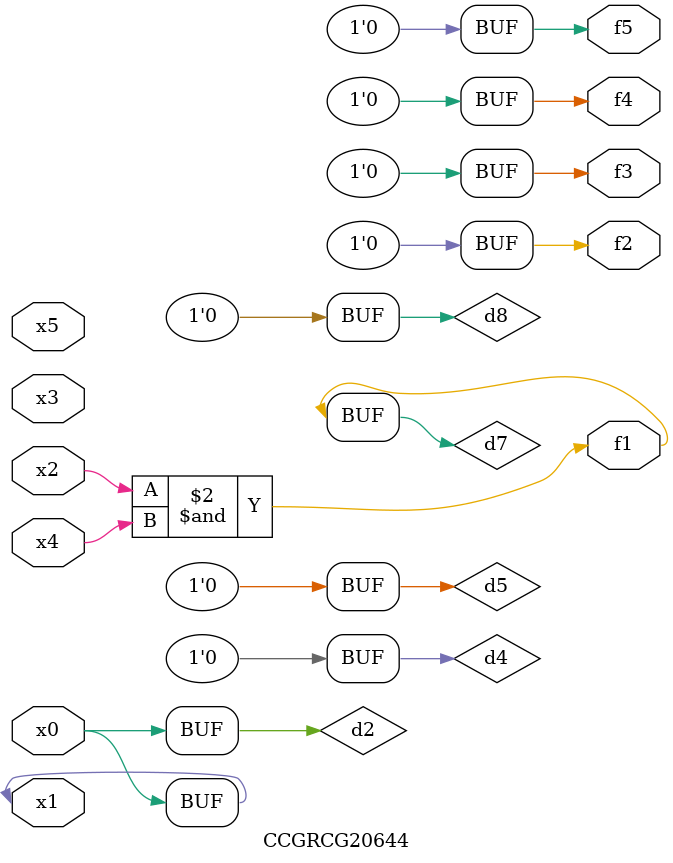
<source format=v>
module CCGRCG20644(
	input x0, x1, x2, x3, x4, x5,
	output f1, f2, f3, f4, f5
);

	wire d1, d2, d3, d4, d5, d6, d7, d8, d9;

	nand (d1, x1);
	buf (d2, x0, x1);
	nand (d3, x2, x4);
	and (d4, d1, d2);
	and (d5, d1, d2);
	nand (d6, d1, d3);
	not (d7, d3);
	xor (d8, d5);
	nor (d9, d5, d6);
	assign f1 = d7;
	assign f2 = d8;
	assign f3 = d8;
	assign f4 = d8;
	assign f5 = d8;
endmodule

</source>
